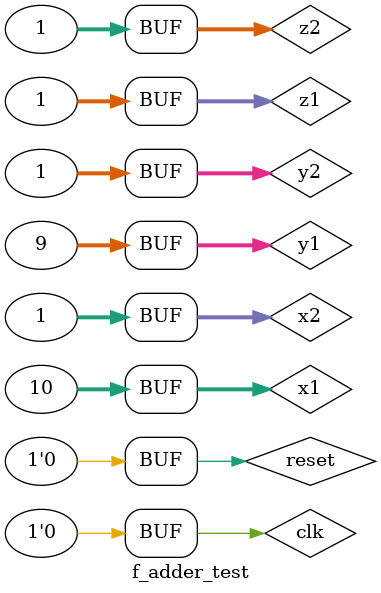
<source format=v>

`timescale 1ns / 1ns
`include "dav.v"

module f_adder_test();
  
 reg clk, reset;
  //reg [31:0]  x, y,c,z1;
  reg [31:0] x1,x2,y1,y2,z1,c,z2;
  //wire [31:0] z1,z2;
  reg [31:0] z;

  
 // initial begin
  // clk = 0;
  // reset = 1;
  //end
  
  //instantiate the clk and reset;
  //ins i(clk, reset);
  //test test(i);
  
  //add32ff a1(clk, reset, x, y, cin, cout, z2);
  //mul32ff a1(clk, reset, x, y, c, z1);
  for_horner a1(.clk(clk),
                .reset(reset),
                .x1(x1),
                .x2(x2),
                .y1(y1),
                .y2(y2),
               // .z1(z1),
               // .z2(z2),
                .z(z));
  
  initial begin
    clk = 0;
    #1 clk = ~clk;
    #1 clk = ~clk;
    #1 clk = ~clk;
    #1 clk = ~clk;
    #1 clk = ~clk;
    #1 clk = ~clk;
    #1 clk = ~clk;
    #1 clk = ~clk;
    #1 clk = ~clk;
    #1 clk = ~clk;
    #1 clk = ~clk;
    #1 clk = ~clk;
    #1 clk = ~clk;
    #1 clk = ~clk;
    #1 clk = ~clk;
    #1 clk = ~clk;
  end
  initial
  	begin
	 $dumpfile("dav_tb.vcd");
      //$dumpfile("systolic_array1.vcd");
    $dumpvars(0,f_adder_test);
      //$dumpvars(1,systolic_array);

      
     reset = 1;
      x1=4'h0;   x2=4'h0; y1=4'h0; y2=4'h0; z1=4'h0; z2=4'h0;
     //x=4'h0;   y=4'h0;   cin=4'h0;
      #2 reset = 0;
   //   #5 i.x = 4'h1; i.y = 4'h1; i.cin=4'h1;
     // #5 x = 4'ha; y = 4'h3; cin=4'h0;
      #5 x1 = 4'ha; x2=4'h1; y1 = 4'h9; y2=4'h1; z1=4'h1; z2=4'h1;
      //#2 x = 4'h1; y = 4'ha; cin = 4'ha;
     // #20 i.x = 0; i.y = 0; i.cin = 0;


	end

endmodule

</source>
